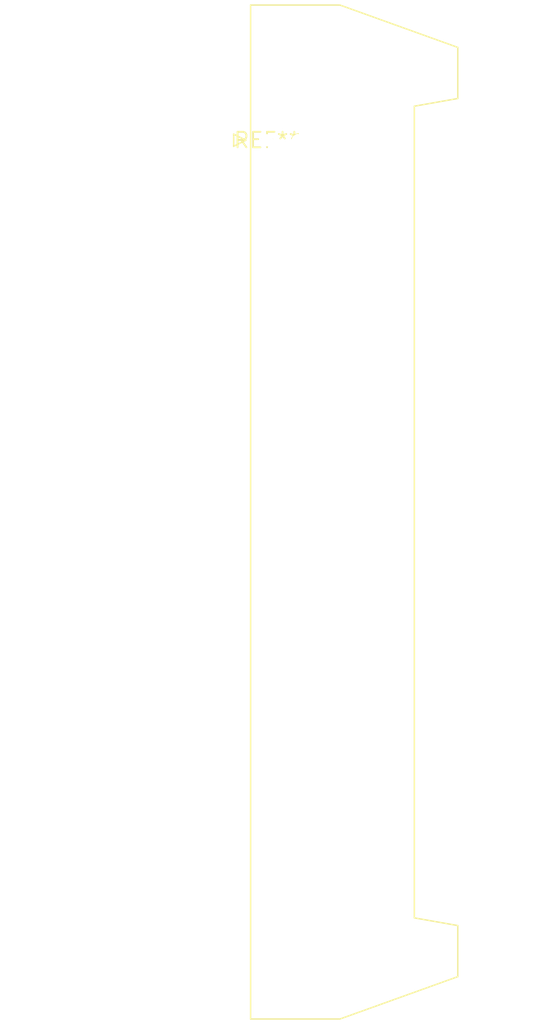
<source format=kicad_pcb>
(kicad_pcb (version 20240108) (generator pcbnew)
  (layers (0 "F.Cu" signal) (31 "B.Cu" signal) (34 "B.Paste" user) (35 "F.Paste" user) (36 "B.SilkS" user "B.Silkscreen") (37 "F.SilkS" user "F.Silkscreen") (38 "B.Mask" user) (39 "F.Mask" user) (44 "Edge.Cuts" user))
  (net 0 "")
  (footprint "IDC-Header_2x25_P2.54mm_Latch_Horizontal" (layer "F.Cu") (at 0 0)
    (property "Reference" "REF**")
    (property "Value" "IDC-Header_2x25_P2.54mm_Latch_Horizontal")
    (fp_line (start -2.74 -0.5) (end -2.74 0.5) (layer "F.SilkS") (stroke (width 0.12)))
    (fp_line (start -2.74 0.5) (end -1.74 0) (layer "F.SilkS") (stroke (width 0.12)))
    (fp_line (start -1.74 0) (end -2.74 -0.5) (layer "F.SilkS") (stroke (width 0.12)))
    (fp_line (start -1.35 -11.08) (end 5.98 -11.08) (layer "F.SilkS") (stroke (width 0.12)))
    (fp_line (start -1.35 72.04) (end -1.35 -11.08) (layer "F.SilkS") (stroke (width 0.12)))
    (fp_line (start 5.98 -11.08) (end 15.64 -7.61) (layer "F.SilkS") (stroke (width 0.12)))
    (fp_line (start 5.98 72.04) (end -1.35 72.04) (layer "F.SilkS") (stroke (width 0.12)))
    (fp_line (start 12.08 -2.79) (end 12.08 63.75) (layer "F.SilkS") (stroke (width 0.12)))
    (fp_line (start 12.08 63.75) (end 15.64 64.38) (layer "F.SilkS") (stroke (width 0.12)))
    (fp_line (start 15.64 -7.61) (end 15.64 -3.42) (layer "F.SilkS") (stroke (width 0.12)))
    (fp_line (start 15.64 -3.42) (end 12.08 -2.79) (layer "F.SilkS") (stroke (width 0.12)))
    (fp_line (start 15.64 64.38) (end 15.64 68.57) (layer "F.SilkS") (stroke (width 0.12)))
    (fp_line (start 15.64 68.57) (end 5.98 72.04) (layer "F.SilkS") (stroke (width 0.12)))
    (pad "1" thru_hole roundrect (at 0 0) (size 1.7 1.7) (drill 1) (layers *.Cu *.Mask) (remove_unused_layers) (roundrect_rratio 0.147059))
    (pad "2" thru_hole circle (at 2.54 0) (size 1.7 1.7) (drill 1) (layers *.Cu *.Mask) (remove_unused_layers))
    (pad "3" thru_hole circle (at 0 2.54) (size 1.7 1.7) (drill 1) (layers *.Cu *.Mask) (remove_unused_layers))
    (pad "4" thru_hole circle (at 2.54 2.54) (size 1.7 1.7) (drill 1) (layers *.Cu *.Mask) (remove_unused_layers))
    (pad "5" thru_hole circle (at 0 5.08) (size 1.7 1.7) (drill 1) (layers *.Cu *.Mask) (remove_unused_layers))
    (pad "6" thru_hole circle (at 2.54 5.08) (size 1.7 1.7) (drill 1) (layers *.Cu *.Mask) (remove_unused_layers))
    (pad "7" thru_hole circle (at 0 7.62) (size 1.7 1.7) (drill 1) (layers *.Cu *.Mask) (remove_unused_layers))
    (pad "8" thru_hole circle (at 2.54 7.62) (size 1.7 1.7) (drill 1) (layers *.Cu *.Mask) (remove_unused_layers))
    (pad "9" thru_hole circle (at 0 10.16) (size 1.7 1.7) (drill 1) (layers *.Cu *.Mask) (remove_unused_layers))
    (pad "10" thru_hole circle (at 2.54 10.16) (size 1.7 1.7) (drill 1) (layers *.Cu *.Mask) (remove_unused_layers))
    (pad "11" thru_hole circle (at 0 12.7) (size 1.7 1.7) (drill 1) (layers *.Cu *.Mask) (remove_unused_layers))
    (pad "12" thru_hole circle (at 2.54 12.7) (size 1.7 1.7) (drill 1) (layers *.Cu *.Mask) (remove_unused_layers))
    (pad "13" thru_hole circle (at 0 15.24) (size 1.7 1.7) (drill 1) (layers *.Cu *.Mask) (remove_unused_layers))
    (pad "14" thru_hole circle (at 2.54 15.24) (size 1.7 1.7) (drill 1) (layers *.Cu *.Mask) (remove_unused_layers))
    (pad "15" thru_hole circle (at 0 17.78) (size 1.7 1.7) (drill 1) (layers *.Cu *.Mask) (remove_unused_layers))
    (pad "16" thru_hole circle (at 2.54 17.78) (size 1.7 1.7) (drill 1) (layers *.Cu *.Mask) (remove_unused_layers))
    (pad "17" thru_hole circle (at 0 20.32) (size 1.7 1.7) (drill 1) (layers *.Cu *.Mask) (remove_unused_layers))
    (pad "18" thru_hole circle (at 2.54 20.32) (size 1.7 1.7) (drill 1) (layers *.Cu *.Mask) (remove_unused_layers))
    (pad "19" thru_hole circle (at 0 22.86) (size 1.7 1.7) (drill 1) (layers *.Cu *.Mask) (remove_unused_layers))
    (pad "20" thru_hole circle (at 2.54 22.86) (size 1.7 1.7) (drill 1) (layers *.Cu *.Mask) (remove_unused_layers))
    (pad "21" thru_hole circle (at 0 25.4) (size 1.7 1.7) (drill 1) (layers *.Cu *.Mask) (remove_unused_layers))
    (pad "22" thru_hole circle (at 2.54 25.4) (size 1.7 1.7) (drill 1) (layers *.Cu *.Mask) (remove_unused_layers))
    (pad "23" thru_hole circle (at 0 27.94) (size 1.7 1.7) (drill 1) (layers *.Cu *.Mask) (remove_unused_layers))
    (pad "24" thru_hole circle (at 2.54 27.94) (size 1.7 1.7) (drill 1) (layers *.Cu *.Mask) (remove_unused_layers))
    (pad "25" thru_hole circle (at 0 30.48) (size 1.7 1.7) (drill 1) (layers *.Cu *.Mask) (remove_unused_layers))
    (pad "26" thru_hole circle (at 2.54 30.48) (size 1.7 1.7) (drill 1) (layers *.Cu *.Mask) (remove_unused_layers))
    (pad "27" thru_hole circle (at 0 33.02) (size 1.7 1.7) (drill 1) (layers *.Cu *.Mask) (remove_unused_layers))
    (pad "28" thru_hole circle (at 2.54 33.02) (size 1.7 1.7) (drill 1) (layers *.Cu *.Mask) (remove_unused_layers))
    (pad "29" thru_hole circle (at 0 35.56) (size 1.7 1.7) (drill 1) (layers *.Cu *.Mask) (remove_unused_layers))
    (pad "30" thru_hole circle (at 2.54 35.56) (size 1.7 1.7) (drill 1) (layers *.Cu *.Mask) (remove_unused_layers))
    (pad "31" thru_hole circle (at 0 38.1) (size 1.7 1.7) (drill 1) (layers *.Cu *.Mask) (remove_unused_layers))
    (pad "32" thru_hole circle (at 2.54 38.1) (size 1.7 1.7) (drill 1) (layers *.Cu *.Mask) (remove_unused_layers))
    (pad "33" thru_hole circle (at 0 40.64) (size 1.7 1.7) (drill 1) (layers *.Cu *.Mask) (remove_unused_layers))
    (pad "34" thru_hole circle (at 2.54 40.64) (size 1.7 1.7) (drill 1) (layers *.Cu *.Mask) (remove_unused_layers))
    (pad "35" thru_hole circle (at 0 43.18) (size 1.7 1.7) (drill 1) (layers *.Cu *.Mask) (remove_unused_layers))
    (pad "36" thru_hole circle (at 2.54 43.18) (size 1.7 1.7) (drill 1) (layers *.Cu *.Mask) (remove_unused_layers))
    (pad "37" thru_hole circle (at 0 45.72) (size 1.7 1.7) (drill 1) (layers *.Cu *.Mask) (remove_unused_layers))
    (pad "38" thru_hole circle (at 2.54 45.72) (size 1.7 1.7) (drill 1) (layers *.Cu *.Mask) (remove_unused_layers))
    (pad "39" thru_hole circle (at 0 48.26) (size 1.7 1.7) (drill 1) (layers *.Cu *.Mask) (remove_unused_layers))
    (pad "40" thru_hole circle (at 2.54 48.26) (size 1.7 1.7) (drill 1) (layers *.Cu *.Mask) (remove_unused_layers))
    (pad "41" thru_hole circle (at 0 50.8) (size 1.7 1.7) (drill 1) (layers *.Cu *.Mask) (remove_unused_layers))
    (pad "42" thru_hole circle (at 2.54 50.8) (size 1.7 1.7) (drill 1) (layers *.Cu *.Mask) (remove_unused_layers))
    (pad "43" thru_hole circle (at 0 53.34) (size 1.7 1.7) (drill 1) (layers *.Cu *.Mask) (remove_unused_layers))
    (pad "44" thru_hole circle (at 2.54 53.34) (size 1.7 1.7) (drill 1) (layers *.Cu *.Mask) (remove_unused_layers))
    (pad "45" thru_hole circle (at 0 55.88) (size 1.7 1.7) (drill 1) (layers *.Cu *.Mask) (remove_unused_layers))
    (pad "46" thru_hole circle (at 2.54 55.88) (size 1.7 1.7) (drill 1) (layers *.Cu *.Mask) (remove_unused_layers))
    (pad "47" thru_hole circle (at 0 58.42) (size 1.7 1.7) (drill 1) (layers *.Cu *.Mask) (remove_unused_layers))
    (pad "48" thru_hole circle (at 2.54 58.42) (size 1.7 1.7) (drill 1) (layers *.Cu *.Mask) (remove_unused_layers))
    (pad "49" thru_hole circle (at 0 60.96) (size 1.7 1.7) (drill 1) (layers *.Cu *.Mask) (remove_unused_layers))
    (pad "50" thru_hole circle (at 2.54 60.96) (size 1.7 1.7) (drill 1) (layers *.Cu *.Mask) (remove_unused_layers))
  )
)
</source>
